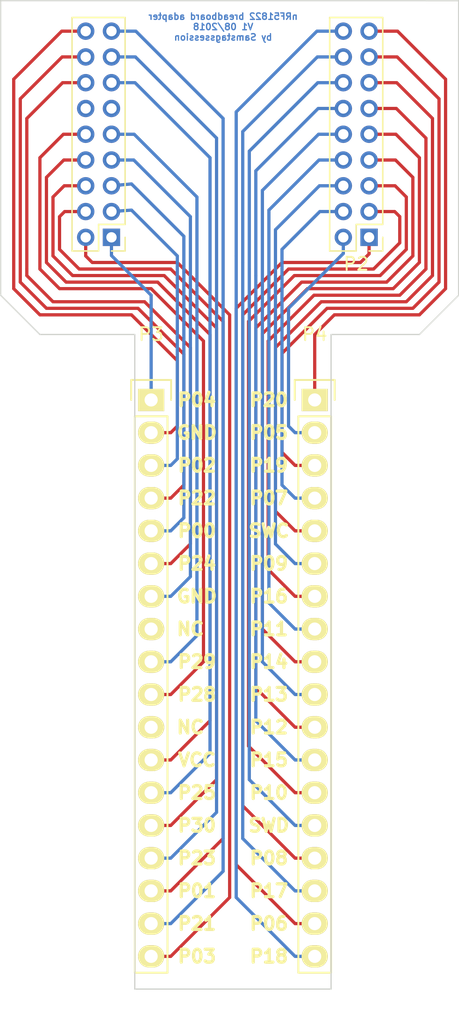
<source format=kicad_pcb>
(kicad_pcb (version 4) (host pcbnew 4.0.2+dfsg1-stable)

  (general
    (links 35)
    (no_connects 1)
    (area 100.025999 64.715 135.686001 146.272001)
    (thickness 1.6)
    (drawings 49)
    (tracks 250)
    (zones 0)
    (modules 4)
    (nets 38)
  )

  (page A4)
  (title_block
    (title "nRF51822 breadboard adapter")
    (date 2018-08-23)
    (rev "V1 08/2018")
  )

  (layers
    (0 F.Cu signal)
    (31 B.Cu signal)
    (32 B.Adhes user)
    (33 F.Adhes user)
    (34 B.Paste user)
    (35 F.Paste user)
    (36 B.SilkS user)
    (37 F.SilkS user)
    (38 B.Mask user)
    (39 F.Mask user)
    (40 Dwgs.User user)
    (41 Cmts.User user)
    (42 Eco1.User user)
    (43 Eco2.User user)
    (44 Edge.Cuts user)
    (45 Margin user)
    (46 B.CrtYd user)
    (47 F.CrtYd user)
    (48 B.Fab user)
    (49 F.Fab user)
  )

  (setup
    (last_trace_width 0.25)
    (trace_clearance 0.2)
    (zone_clearance 0.508)
    (zone_45_only no)
    (trace_min 0.2)
    (segment_width 0.2)
    (edge_width 0.1)
    (via_size 0.6)
    (via_drill 0.4)
    (via_min_size 0.4)
    (via_min_drill 0.3)
    (uvia_size 0.3)
    (uvia_drill 0.1)
    (uvias_allowed no)
    (uvia_min_size 0.2)
    (uvia_min_drill 0.1)
    (pcb_text_width 0.25)
    (pcb_text_size 1 1)
    (mod_edge_width 0.15)
    (mod_text_size 1 1)
    (mod_text_width 0.15)
    (pad_size 1.7272 1.7272)
    (pad_drill 1.016)
    (pad_to_mask_clearance 0)
    (aux_axis_origin 0 0)
    (visible_elements FFFFFF7F)
    (pcbplotparams
      (layerselection 0x02030_80000001)
      (usegerberextensions false)
      (excludeedgelayer true)
      (linewidth 0.100000)
      (plotframeref false)
      (viasonmask false)
      (mode 1)
      (useauxorigin false)
      (hpglpennumber 1)
      (hpglpenspeed 20)
      (hpglpendiameter 15)
      (hpglpenoverlay 2)
      (psnegative false)
      (psa4output false)
      (plotreference true)
      (plotvalue true)
      (plotinvisibletext false)
      (padsonsilk false)
      (subtractmaskfromsilk false)
      (outputformat 4)
      (mirror false)
      (drillshape 0)
      (scaleselection 1)
      (outputdirectory /tmp/core51822_breadboard_adapter))
  )

  (net 0 "")
  (net 1 /P04)
  (net 2 /P03)
  (net 3 /P02)
  (net 4 /P01)
  (net 5 /P00)
  (net 6 /P30)
  (net 7 /GND)
  (net 8 /VCC)
  (net 9 /P29)
  (net 10 /P28)
  (net 11 "Net-(P1-Pad11)")
  (net 12 "Net-(P1-Pad12)")
  (net 13 /P25)
  (net 14 /P24)
  (net 15 /P23)
  (net 16 /P22)
  (net 17 /P21)
  (net 18 /P06)
  (net 19 /P05)
  (net 20 /P08)
  (net 21 /P07)
  (net 22 /P10)
  (net 23 /P09)
  (net 24 /P12)
  (net 25 /P11)
  (net 26 /P14)
  (net 27 /P13)
  (net 28 /P16)
  (net 29 /P15)
  (net 30 /SWC)
  (net 31 /SWD)
  (net 32 /P19)
  (net 33 /P17)
  (net 34 /P20)
  (net 35 /P18)
  (net 36 "Net-(P3-Pad11)")
  (net 37 "Net-(P3-Pad8)")

  (net_class Default "This is the default net class."
    (clearance 0.2)
    (trace_width 0.25)
    (via_dia 0.6)
    (via_drill 0.4)
    (uvia_dia 0.3)
    (uvia_drill 0.1)
    (add_net /GND)
    (add_net /P00)
    (add_net /P01)
    (add_net /P02)
    (add_net /P03)
    (add_net /P04)
    (add_net /P05)
    (add_net /P06)
    (add_net /P07)
    (add_net /P08)
    (add_net /P09)
    (add_net /P10)
    (add_net /P11)
    (add_net /P12)
    (add_net /P13)
    (add_net /P14)
    (add_net /P15)
    (add_net /P16)
    (add_net /P17)
    (add_net /P18)
    (add_net /P19)
    (add_net /P20)
    (add_net /P21)
    (add_net /P22)
    (add_net /P23)
    (add_net /P24)
    (add_net /P25)
    (add_net /P28)
    (add_net /P29)
    (add_net /P30)
    (add_net /SWC)
    (add_net /SWD)
    (add_net /VCC)
    (add_net "Net-(P1-Pad11)")
    (add_net "Net-(P1-Pad12)")
    (add_net "Net-(P3-Pad11)")
    (add_net "Net-(P3-Pad8)")
  )

  (module Connector_PinHeader_2.00mm:PinHeader_2x09_P2.00mm_Vertical (layer F.Cu) (tedit 5B7E93F0) (tstamp 5B7D4205)
    (at 108.68 83.9 180)
    (descr "Through hole straight pin header, 2x09, 2.00mm pitch, double rows")
    (tags "Through hole pin header THT 2x09 2.00mm double row")
    (path /5B7AA707)
    (fp_text reference P1 (at 1 -2.06 180) (layer F.SilkS) hide
      (effects (font (size 1 1) (thickness 0.15)))
    )
    (fp_text value CONN_02X09 (at 1 18.06 180) (layer F.Fab) hide
      (effects (font (size 1 1) (thickness 0.15)))
    )
    (fp_line (start 0 -1) (end 3 -1) (layer F.Fab) (width 0.1))
    (fp_line (start 3 -1) (end 3 17) (layer F.Fab) (width 0.1))
    (fp_line (start 3 17) (end -1 17) (layer F.Fab) (width 0.1))
    (fp_line (start -1 17) (end -1 0) (layer F.Fab) (width 0.1))
    (fp_line (start -1 0) (end 0 -1) (layer F.Fab) (width 0.1))
    (fp_line (start -1.06 17.06) (end 3.06 17.06) (layer F.SilkS) (width 0.12))
    (fp_line (start -1.06 1) (end -1.06 17.06) (layer F.SilkS) (width 0.12))
    (fp_line (start 3.06 -1.06) (end 3.06 17.06) (layer F.SilkS) (width 0.12))
    (fp_line (start -1.06 1) (end 1 1) (layer F.SilkS) (width 0.12))
    (fp_line (start 1 1) (end 1 -1.06) (layer F.SilkS) (width 0.12))
    (fp_line (start 1 -1.06) (end 3.06 -1.06) (layer F.SilkS) (width 0.12))
    (fp_line (start -1.06 0) (end -1.06 -1.06) (layer F.SilkS) (width 0.12))
    (fp_line (start -1.06 -1.06) (end 0 -1.06) (layer F.SilkS) (width 0.12))
    (fp_line (start -1.5 -1.5) (end -1.5 17.5) (layer F.CrtYd) (width 0.05))
    (fp_line (start -1.5 17.5) (end 3.5 17.5) (layer F.CrtYd) (width 0.05))
    (fp_line (start 3.5 17.5) (end 3.5 -1.5) (layer F.CrtYd) (width 0.05))
    (fp_line (start 3.5 -1.5) (end -1.5 -1.5) (layer F.CrtYd) (width 0.05))
    (fp_text user %R (at 1 8 270) (layer F.Fab)
      (effects (font (size 1 1) (thickness 0.15)))
    )
    (pad 1 thru_hole rect (at 0 0 180) (size 1.35 1.35) (drill 0.8) (layers *.Cu *.Mask)
      (net 1 /P04))
    (pad 2 thru_hole oval (at 2 0 180) (size 1.35 1.35) (drill 0.8) (layers *.Cu *.Mask)
      (net 2 /P03))
    (pad 3 thru_hole oval (at 0 2 180) (size 1.35 1.35) (drill 0.8) (layers *.Cu *.Mask)
      (net 3 /P02))
    (pad 4 thru_hole oval (at 2 2 180) (size 1.35 1.35) (drill 0.8) (layers *.Cu *.Mask)
      (net 4 /P01))
    (pad 5 thru_hole oval (at 0 4 180) (size 1.35 1.35) (drill 0.8) (layers *.Cu *.Mask)
      (net 5 /P00))
    (pad 6 thru_hole oval (at 2 4 180) (size 1.35 1.35) (drill 0.8) (layers *.Cu *.Mask)
      (net 6 /P30))
    (pad 7 thru_hole oval (at 0 6 180) (size 1.35 1.35) (drill 0.8) (layers *.Cu *.Mask)
      (net 7 /GND))
    (pad 8 thru_hole oval (at 2 6 180) (size 1.35 1.35) (drill 0.8) (layers *.Cu *.Mask)
      (net 8 /VCC))
    (pad 9 thru_hole oval (at 0 8 180) (size 1.35 1.35) (drill 0.8) (layers *.Cu *.Mask)
      (net 9 /P29))
    (pad 10 thru_hole oval (at 2 8 180) (size 1.35 1.35) (drill 0.8) (layers *.Cu *.Mask)
      (net 10 /P28))
    (pad 11 thru_hole oval (at 0 10 180) (size 1.35 1.35) (drill 0.8) (layers *.Cu *.Mask)
      (net 11 "Net-(P1-Pad11)"))
    (pad 12 thru_hole oval (at 2 10 180) (size 1.35 1.35) (drill 0.8) (layers *.Cu *.Mask)
      (net 12 "Net-(P1-Pad12)"))
    (pad 13 thru_hole oval (at 0 12 180) (size 1.35 1.35) (drill 0.8) (layers *.Cu *.Mask)
      (net 13 /P25))
    (pad 14 thru_hole oval (at 2 12 180) (size 1.35 1.35) (drill 0.8) (layers *.Cu *.Mask)
      (net 14 /P24))
    (pad 15 thru_hole oval (at 0 14 180) (size 1.35 1.35) (drill 0.8) (layers *.Cu *.Mask)
      (net 15 /P23))
    (pad 16 thru_hole oval (at 2 14 180) (size 1.35 1.35) (drill 0.8) (layers *.Cu *.Mask)
      (net 16 /P22))
    (pad 17 thru_hole oval (at 0 16 180) (size 1.35 1.35) (drill 0.8) (layers *.Cu *.Mask)
      (net 17 /P21))
    (pad 18 thru_hole oval (at 2 16 180) (size 1.35 1.35) (drill 0.8) (layers *.Cu *.Mask)
      (net 7 /GND))
    (model ${KISYS3DMOD}/Connector_PinHeader_2.00mm.3dshapes/PinHeader_2x09_P2.00mm_Vertical.wrl
      (at (xyz 0 0 0))
      (scale (xyz 1 1 1))
      (rotate (xyz 0 0 0))
    )
  )

  (module Connector_PinHeader_2.00mm:PinHeader_2x09_P2.00mm_Vertical (layer F.Cu) (tedit 5B7E9294) (tstamp 5B7D422D)
    (at 128.68 83.9 180)
    (descr "Through hole straight pin header, 2x09, 2.00mm pitch, double rows")
    (tags "Through hole pin header THT 2x09 2.00mm double row")
    (path /5B7AA756)
    (fp_text reference P2 (at 1 -2.06 180) (layer F.SilkS)
      (effects (font (size 1 1) (thickness 0.15)))
    )
    (fp_text value CONN_02X09 (at 1 18.06 180) (layer F.Fab) hide
      (effects (font (size 1 1) (thickness 0.15)))
    )
    (fp_line (start 0 -1) (end 3 -1) (layer F.Fab) (width 0.1))
    (fp_line (start 3 -1) (end 3 17) (layer F.Fab) (width 0.1))
    (fp_line (start 3 17) (end -1 17) (layer F.Fab) (width 0.1))
    (fp_line (start -1 17) (end -1 0) (layer F.Fab) (width 0.1))
    (fp_line (start -1 0) (end 0 -1) (layer F.Fab) (width 0.1))
    (fp_line (start -1.06 17.06) (end 3.06 17.06) (layer F.SilkS) (width 0.12))
    (fp_line (start -1.06 1) (end -1.06 17.06) (layer F.SilkS) (width 0.12))
    (fp_line (start 3.06 -1.06) (end 3.06 17.06) (layer F.SilkS) (width 0.12))
    (fp_line (start -1.06 1) (end 1 1) (layer F.SilkS) (width 0.12))
    (fp_line (start 1 1) (end 1 -1.06) (layer F.SilkS) (width 0.12))
    (fp_line (start 1 -1.06) (end 3.06 -1.06) (layer F.SilkS) (width 0.12))
    (fp_line (start -1.06 0) (end -1.06 -1.06) (layer F.SilkS) (width 0.12))
    (fp_line (start -1.06 -1.06) (end 0 -1.06) (layer F.SilkS) (width 0.12))
    (fp_line (start -1.5 -1.5) (end -1.5 17.5) (layer F.CrtYd) (width 0.05))
    (fp_line (start -1.5 17.5) (end 3.5 17.5) (layer F.CrtYd) (width 0.05))
    (fp_line (start 3.5 17.5) (end 3.5 -1.5) (layer F.CrtYd) (width 0.05))
    (fp_line (start 3.5 -1.5) (end -1.5 -1.5) (layer F.CrtYd) (width 0.05))
    (fp_text user %R (at 1 8 270) (layer F.Fab)
      (effects (font (size 1 1) (thickness 0.15)))
    )
    (pad 1 thru_hole rect (at 0 0 180) (size 1.35 1.35) (drill 0.8) (layers *.Cu *.Mask)
      (net 18 /P06))
    (pad 2 thru_hole oval (at 2 0 180) (size 1.35 1.35) (drill 0.8) (layers *.Cu *.Mask)
      (net 19 /P05))
    (pad 3 thru_hole oval (at 0 2 180) (size 1.35 1.35) (drill 0.8) (layers *.Cu *.Mask)
      (net 20 /P08))
    (pad 4 thru_hole oval (at 2 2 180) (size 1.35 1.35) (drill 0.8) (layers *.Cu *.Mask)
      (net 21 /P07))
    (pad 5 thru_hole oval (at 0 4 180) (size 1.35 1.35) (drill 0.8) (layers *.Cu *.Mask)
      (net 22 /P10))
    (pad 6 thru_hole oval (at 2 4 180) (size 1.35 1.35) (drill 0.8) (layers *.Cu *.Mask)
      (net 23 /P09))
    (pad 7 thru_hole oval (at 0 6 180) (size 1.35 1.35) (drill 0.8) (layers *.Cu *.Mask)
      (net 24 /P12))
    (pad 8 thru_hole oval (at 2 6 180) (size 1.35 1.35) (drill 0.8) (layers *.Cu *.Mask)
      (net 25 /P11))
    (pad 9 thru_hole oval (at 0 8 180) (size 1.35 1.35) (drill 0.8) (layers *.Cu *.Mask)
      (net 26 /P14))
    (pad 10 thru_hole oval (at 2 8 180) (size 1.35 1.35) (drill 0.8) (layers *.Cu *.Mask)
      (net 27 /P13))
    (pad 11 thru_hole oval (at 0 10 180) (size 1.35 1.35) (drill 0.8) (layers *.Cu *.Mask)
      (net 28 /P16))
    (pad 12 thru_hole oval (at 2 10 180) (size 1.35 1.35) (drill 0.8) (layers *.Cu *.Mask)
      (net 29 /P15))
    (pad 13 thru_hole oval (at 0 12 180) (size 1.35 1.35) (drill 0.8) (layers *.Cu *.Mask)
      (net 30 /SWC))
    (pad 14 thru_hole oval (at 2 12 180) (size 1.35 1.35) (drill 0.8) (layers *.Cu *.Mask)
      (net 31 /SWD))
    (pad 15 thru_hole oval (at 0 14 180) (size 1.35 1.35) (drill 0.8) (layers *.Cu *.Mask)
      (net 32 /P19))
    (pad 16 thru_hole oval (at 2 14 180) (size 1.35 1.35) (drill 0.8) (layers *.Cu *.Mask)
      (net 33 /P17))
    (pad 17 thru_hole oval (at 0 16 180) (size 1.35 1.35) (drill 0.8) (layers *.Cu *.Mask)
      (net 34 /P20))
    (pad 18 thru_hole oval (at 2 16 180) (size 1.35 1.35) (drill 0.8) (layers *.Cu *.Mask)
      (net 35 /P18))
    (model ${KISYS3DMOD}/Connector_PinHeader_2.00mm.3dshapes/PinHeader_2x09_P2.00mm_Vertical.wrl
      (at (xyz 0 0 0))
      (scale (xyz 1 1 1))
      (rotate (xyz 0 0 0))
    )
  )

  (module Pin_Headers:Pin_Header_Straight_1x18 (layer F.Cu) (tedit 5B7E92A9) (tstamp 5B7D424E)
    (at 111.76 96.52)
    (descr "Through hole pin header")
    (tags "pin header")
    (path /5B7AB070)
    (fp_text reference P3 (at 0 -5.1) (layer F.SilkS)
      (effects (font (size 1 1) (thickness 0.15)))
    )
    (fp_text value CONN_01X18 (at 0 -3.1) (layer F.Fab) hide
      (effects (font (size 1 1) (thickness 0.15)))
    )
    (fp_line (start -1.75 -1.75) (end -1.75 44.95) (layer F.CrtYd) (width 0.05))
    (fp_line (start 1.75 -1.75) (end 1.75 44.95) (layer F.CrtYd) (width 0.05))
    (fp_line (start -1.75 -1.75) (end 1.75 -1.75) (layer F.CrtYd) (width 0.05))
    (fp_line (start -1.75 44.95) (end 1.75 44.95) (layer F.CrtYd) (width 0.05))
    (fp_line (start 1.27 1.27) (end 1.27 44.45) (layer F.SilkS) (width 0.15))
    (fp_line (start 1.27 44.45) (end -1.27 44.45) (layer F.SilkS) (width 0.15))
    (fp_line (start -1.27 44.45) (end -1.27 1.27) (layer F.SilkS) (width 0.15))
    (fp_line (start 1.55 -1.55) (end 1.55 0) (layer F.SilkS) (width 0.15))
    (fp_line (start 1.27 1.27) (end -1.27 1.27) (layer F.SilkS) (width 0.15))
    (fp_line (start -1.55 0) (end -1.55 -1.55) (layer F.SilkS) (width 0.15))
    (fp_line (start -1.55 -1.55) (end 1.55 -1.55) (layer F.SilkS) (width 0.15))
    (pad 1 thru_hole rect (at 0 0) (size 2.032 1.7272) (drill 1.016) (layers *.Cu *.Mask F.SilkS)
      (net 1 /P04))
    (pad 2 thru_hole oval (at 0 2.54) (size 2.032 1.7272) (drill 1.016) (layers *.Cu *.Mask F.SilkS)
      (net 7 /GND))
    (pad 3 thru_hole oval (at 0 5.08) (size 2.032 1.7272) (drill 1.016) (layers *.Cu *.Mask F.SilkS)
      (net 3 /P02))
    (pad 4 thru_hole oval (at 0 7.62) (size 2.032 1.7272) (drill 1.016) (layers *.Cu *.Mask F.SilkS)
      (net 16 /P22))
    (pad 5 thru_hole oval (at 0 10.16) (size 2.032 1.7272) (drill 1.016) (layers *.Cu *.Mask F.SilkS)
      (net 5 /P00))
    (pad 6 thru_hole oval (at 0 12.7) (size 2.032 1.7272) (drill 1.016) (layers *.Cu *.Mask F.SilkS)
      (net 14 /P24))
    (pad 7 thru_hole oval (at 0 15.24) (size 2.032 1.7272) (drill 1.016) (layers *.Cu *.Mask F.SilkS)
      (net 7 /GND))
    (pad 8 thru_hole oval (at 0 17.78) (size 2.032 1.7272) (drill 1.016) (layers *.Cu *.Mask F.SilkS)
      (net 37 "Net-(P3-Pad8)"))
    (pad 9 thru_hole oval (at 0 20.32) (size 2.032 1.7272) (drill 1.016) (layers *.Cu *.Mask F.SilkS)
      (net 9 /P29))
    (pad 10 thru_hole oval (at 0 22.86) (size 2.032 1.7272) (drill 1.016) (layers *.Cu *.Mask F.SilkS)
      (net 10 /P28))
    (pad 11 thru_hole oval (at 0 25.4) (size 2.032 1.7272) (drill 1.016) (layers *.Cu *.Mask F.SilkS)
      (net 36 "Net-(P3-Pad11)"))
    (pad 12 thru_hole oval (at 0 27.94) (size 2.032 1.7272) (drill 1.016) (layers *.Cu *.Mask F.SilkS)
      (net 8 /VCC))
    (pad 13 thru_hole oval (at 0 30.48) (size 2.032 1.7272) (drill 1.016) (layers *.Cu *.Mask F.SilkS)
      (net 13 /P25))
    (pad 14 thru_hole oval (at 0 33.02) (size 2.032 1.7272) (drill 1.016) (layers *.Cu *.Mask F.SilkS)
      (net 6 /P30))
    (pad 15 thru_hole oval (at 0 35.56) (size 2.032 1.7272) (drill 1.016) (layers *.Cu *.Mask F.SilkS)
      (net 15 /P23))
    (pad 16 thru_hole oval (at 0 38.1) (size 2.032 1.7272) (drill 1.016) (layers *.Cu *.Mask F.SilkS)
      (net 4 /P01))
    (pad 17 thru_hole oval (at 0 40.64) (size 2.032 1.7272) (drill 1.016) (layers *.Cu *.Mask F.SilkS)
      (net 17 /P21))
    (pad 18 thru_hole oval (at 0 43.18) (size 2.032 1.7272) (drill 1.016) (layers *.Cu *.Mask F.SilkS)
      (net 2 /P03))
    (model Pin_Headers.3dshapes/Pin_Header_Straight_1x18.wrl
      (at (xyz 0 -0.85 0))
      (scale (xyz 1 1 1))
      (rotate (xyz 0 0 90))
    )
  )

  (module Pin_Headers:Pin_Header_Straight_1x18 (layer F.Cu) (tedit 5B7E92B5) (tstamp 5B7D426F)
    (at 124.46 96.52)
    (descr "Through hole pin header")
    (tags "pin header")
    (path /5B7ABAC9)
    (fp_text reference P4 (at 0 -5.1) (layer F.SilkS)
      (effects (font (size 1 1) (thickness 0.15)))
    )
    (fp_text value CONN_01X18 (at 0 -3.1) (layer F.Fab) hide
      (effects (font (size 1 1) (thickness 0.15)))
    )
    (fp_line (start -1.75 -1.75) (end -1.75 44.95) (layer F.CrtYd) (width 0.05))
    (fp_line (start 1.75 -1.75) (end 1.75 44.95) (layer F.CrtYd) (width 0.05))
    (fp_line (start -1.75 -1.75) (end 1.75 -1.75) (layer F.CrtYd) (width 0.05))
    (fp_line (start -1.75 44.95) (end 1.75 44.95) (layer F.CrtYd) (width 0.05))
    (fp_line (start 1.27 1.27) (end 1.27 44.45) (layer F.SilkS) (width 0.15))
    (fp_line (start 1.27 44.45) (end -1.27 44.45) (layer F.SilkS) (width 0.15))
    (fp_line (start -1.27 44.45) (end -1.27 1.27) (layer F.SilkS) (width 0.15))
    (fp_line (start 1.55 -1.55) (end 1.55 0) (layer F.SilkS) (width 0.15))
    (fp_line (start 1.27 1.27) (end -1.27 1.27) (layer F.SilkS) (width 0.15))
    (fp_line (start -1.55 0) (end -1.55 -1.55) (layer F.SilkS) (width 0.15))
    (fp_line (start -1.55 -1.55) (end 1.55 -1.55) (layer F.SilkS) (width 0.15))
    (pad 1 thru_hole rect (at 0 0) (size 2.032 1.7272) (drill 1.016) (layers *.Cu *.Mask F.SilkS)
      (net 34 /P20))
    (pad 2 thru_hole oval (at 0 2.54) (size 2.032 1.7272) (drill 1.016) (layers *.Cu *.Mask F.SilkS)
      (net 19 /P05))
    (pad 3 thru_hole oval (at 0 5.08) (size 2.032 1.7272) (drill 1.016) (layers *.Cu *.Mask F.SilkS)
      (net 32 /P19))
    (pad 4 thru_hole oval (at 0 7.62) (size 2.032 1.7272) (drill 1.016) (layers *.Cu *.Mask F.SilkS)
      (net 21 /P07))
    (pad 5 thru_hole oval (at 0 10.16) (size 2.032 1.7272) (drill 1.016) (layers *.Cu *.Mask F.SilkS)
      (net 30 /SWC))
    (pad 6 thru_hole oval (at 0 12.7) (size 2.032 1.7272) (drill 1.016) (layers *.Cu *.Mask F.SilkS)
      (net 23 /P09))
    (pad 7 thru_hole oval (at 0 15.24) (size 2.032 1.7272) (drill 1.016) (layers *.Cu *.Mask F.SilkS)
      (net 28 /P16))
    (pad 8 thru_hole oval (at 0 17.78) (size 2.032 1.7272) (drill 1.016) (layers *.Cu *.Mask F.SilkS)
      (net 25 /P11))
    (pad 9 thru_hole oval (at 0 20.32) (size 2.032 1.7272) (drill 1.016) (layers *.Cu *.Mask F.SilkS)
      (net 26 /P14))
    (pad 10 thru_hole oval (at 0 22.86) (size 2.032 1.7272) (drill 1.016) (layers *.Cu *.Mask F.SilkS)
      (net 27 /P13))
    (pad 11 thru_hole oval (at 0 25.4) (size 2.032 1.7272) (drill 1.016) (layers *.Cu *.Mask F.SilkS)
      (net 24 /P12))
    (pad 12 thru_hole oval (at 0 27.94) (size 2.032 1.7272) (drill 1.016) (layers *.Cu *.Mask F.SilkS)
      (net 29 /P15))
    (pad 13 thru_hole oval (at 0 30.48) (size 2.032 1.7272) (drill 1.016) (layers *.Cu *.Mask F.SilkS)
      (net 22 /P10))
    (pad 14 thru_hole oval (at 0 33.02) (size 2.032 1.7272) (drill 1.016) (layers *.Cu *.Mask F.SilkS)
      (net 31 /SWD))
    (pad 15 thru_hole oval (at 0 35.56) (size 2.032 1.7272) (drill 1.016) (layers *.Cu *.Mask F.SilkS)
      (net 20 /P08))
    (pad 16 thru_hole oval (at 0 38.1) (size 2.032 1.7272) (drill 1.016) (layers *.Cu *.Mask F.SilkS)
      (net 33 /P17))
    (pad 17 thru_hole oval (at 0 40.64) (size 2.032 1.7272) (drill 1.016) (layers *.Cu *.Mask F.SilkS)
      (net 18 /P06))
    (pad 18 thru_hole oval (at 0 43.18) (size 2.032 1.7272) (drill 1.016) (layers *.Cu *.Mask F.SilkS)
      (net 35 /P18))
    (model Pin_Headers.3dshapes/Pin_Header_Straight_1x18.wrl
      (at (xyz 0 -0.85 0))
      (scale (xyz 1 1 1))
      (rotate (xyz 0 0 90))
    )
  )

  (gr_text "nRF51822 breadboard adapter\nV1 08/2018\nby Samstagssession" (at 117.348 67.564) (layer B.Cu)
    (effects (font (size 0.5 0.5) (thickness 0.1)) (justify mirror))
  )
  (dimension 15.24 (width 0.25) (layer Cmts.User)
    (gr_text "15,240 mm" (at 118.11 145.272) (layer Cmts.User)
      (effects (font (size 1 1) (thickness 0.25)))
    )
    (feature1 (pts (xy 125.73 142.24) (xy 125.73 146.272)))
    (feature2 (pts (xy 110.49 142.24) (xy 110.49 146.272)))
    (crossbar (pts (xy 110.49 144.272) (xy 125.73 144.272)))
    (arrow1a (pts (xy 125.73 144.272) (xy 124.603496 144.858421)))
    (arrow1b (pts (xy 125.73 144.272) (xy 124.603496 143.685579)))
    (arrow2a (pts (xy 110.49 144.272) (xy 111.616504 144.858421)))
    (arrow2b (pts (xy 110.49 144.272) (xy 111.616504 143.685579)))
  )
  (gr_line (start 125.73 91.44) (end 132.588 91.44) (angle 90) (layer Edge.Cuts) (width 0.1))
  (gr_line (start 103.124 91.44) (end 110.49 91.44) (angle 90) (layer Edge.Cuts) (width 0.1))
  (gr_line (start 100.076 88.392) (end 103.124 91.44) (angle 90) (layer Edge.Cuts) (width 0.1))
  (gr_line (start 110.49 142.24) (end 125.73 142.24) (angle 90) (layer Edge.Cuts) (width 0.1))
  (gr_line (start 135.636 88.392) (end 135.636 65.532) (angle 90) (layer Edge.Cuts) (width 0.1))
  (gr_line (start 125.73 91.44) (end 125.73 142.24) (angle 90) (layer Edge.Cuts) (width 0.1))
  (gr_line (start 132.588 91.44) (end 135.636 88.392) (angle 90) (layer Edge.Cuts) (width 0.1))
  (gr_line (start 133.096 65.532) (end 135.636 65.532) (angle 90) (layer Edge.Cuts) (width 0.1))
  (gr_line (start 110.49 91.44) (end 110.49 142.24) (angle 90) (layer Edge.Cuts) (width 0.1))
  (gr_line (start 100.076 65.532) (end 100.076 88.392) (angle 90) (layer Edge.Cuts) (width 0.1))
  (gr_line (start 135.636 65.532) (end 100.076 65.532) (angle 90) (layer Edge.Cuts) (width 0.1))
  (gr_text P06 (at 120.904 137.16) (layer F.SilkS)
    (effects (font (size 1 1) (thickness 0.25)))
  )
  (gr_text P08 (at 120.904 132.08) (layer F.SilkS)
    (effects (font (size 1 1) (thickness 0.25)))
  )
  (gr_text P10 (at 120.904 127) (layer F.SilkS)
    (effects (font (size 1 1) (thickness 0.25)))
  )
  (gr_text P12 (at 120.904 121.92) (layer F.SilkS)
    (effects (font (size 1 1) (thickness 0.25)))
  )
  (gr_text P16 (at 120.904 111.76) (layer F.SilkS)
    (effects (font (size 1 1) (thickness 0.25)))
  )
  (gr_text SWC (at 120.904 106.68) (layer F.SilkS)
    (effects (font (size 1 1) (thickness 0.25)))
  )
  (gr_text P19 (at 120.904 101.6) (layer F.SilkS)
    (effects (font (size 1 1) (thickness 0.25)))
  )
  (gr_text P20 (at 120.904 96.52) (layer F.SilkS)
    (effects (font (size 1 1) (thickness 0.25)))
  )
  (gr_text NC (at 114.808 114.3) (layer F.SilkS)
    (effects (font (size 1 1) (thickness 0.25)))
  )
  (gr_text GND (at 115.316 99.06) (layer F.SilkS)
    (effects (font (size 1 1) (thickness 0.25)))
  )
  (gr_text P22 (at 115.316 104.14) (layer F.SilkS)
    (effects (font (size 1 1) (thickness 0.25)))
  )
  (gr_text P24 (at 115.316 109.22) (layer F.SilkS)
    (effects (font (size 1 1) (thickness 0.25)))
  )
  (gr_text VCC (at 115.316 124.46) (layer F.SilkS)
    (effects (font (size 1 1) (thickness 0.25)))
  )
  (gr_text P30 (at 115.316 129.54) (layer F.SilkS)
    (effects (font (size 1 1) (thickness 0.25)))
  )
  (gr_text P01 (at 115.316 134.62) (layer F.SilkS)
    (effects (font (size 1 1) (thickness 0.25)))
  )
  (gr_text P03 (at 115.316 139.7) (layer F.SilkS)
    (effects (font (size 1 1) (thickness 0.25)))
  )
  (gr_text P18 (at 120.904 139.7) (layer F.SilkS)
    (effects (font (size 1 1) (thickness 0.25)))
  )
  (gr_text P21 (at 115.316 137.16) (layer F.SilkS)
    (effects (font (size 1 1) (thickness 0.25)))
  )
  (gr_text P17 (at 120.904 134.62) (layer F.SilkS)
    (effects (font (size 1 1) (thickness 0.25)))
  )
  (gr_text P23 (at 115.316 132.08) (layer F.SilkS)
    (effects (font (size 1 1) (thickness 0.25)))
  )
  (gr_text SWD (at 120.904 129.54) (layer F.SilkS)
    (effects (font (size 1 1) (thickness 0.25)))
  )
  (gr_text P25 (at 115.316 127) (layer F.SilkS)
    (effects (font (size 1 1) (thickness 0.25)))
  )
  (gr_text P15 (at 120.904 124.46) (layer F.SilkS)
    (effects (font (size 1 1) (thickness 0.25)))
  )
  (gr_text NC (at 114.808 121.92) (layer F.SilkS)
    (effects (font (size 1 1) (thickness 0.25)))
  )
  (gr_text P13 (at 120.904 119.38) (layer F.SilkS)
    (effects (font (size 1 1) (thickness 0.25)))
  )
  (gr_text P28 (at 115.316 119.38) (layer F.SilkS)
    (effects (font (size 1 1) (thickness 0.25)))
  )
  (gr_text P14 (at 120.904 116.84) (layer F.SilkS)
    (effects (font (size 1 1) (thickness 0.25)))
  )
  (gr_text P29 (at 115.316 116.84) (layer F.SilkS)
    (effects (font (size 1 1) (thickness 0.25)))
  )
  (gr_text P11 (at 120.904 114.3) (layer F.SilkS)
    (effects (font (size 1 1) (thickness 0.25)))
  )
  (gr_text GND (at 115.316 111.76) (layer F.SilkS)
    (effects (font (size 1 1) (thickness 0.25)))
  )
  (gr_text P09 (at 120.904 109.22) (layer F.SilkS)
    (effects (font (size 1 1) (thickness 0.25)))
  )
  (gr_text P00 (at 115.316 106.68) (layer F.SilkS)
    (effects (font (size 1 1) (thickness 0.25)))
  )
  (gr_text P07 (at 120.904 104.14) (layer F.SilkS)
    (effects (font (size 1 1) (thickness 0.25)))
  )
  (gr_text P02 (at 115.316 101.6) (layer F.SilkS)
    (effects (font (size 1 1) (thickness 0.25)))
  )
  (gr_text P05 (at 120.904 99.06) (layer F.SilkS)
    (effects (font (size 1 1) (thickness 0.25)))
  )
  (gr_text P04 (at 115.316 96.52) (layer F.SilkS)
    (effects (font (size 1 1) (thickness 0.25)))
  )

  (segment (start 108.68 83.9) (end 108.68 85.312) (width 0.25) (layer B.Cu) (net 1))
  (segment (start 111.76 88.392) (end 111.76 96.52) (width 0.25) (layer B.Cu) (net 1) (tstamp 5B7E67D6))
  (segment (start 108.68 85.312) (end 111.76 88.392) (width 0.25) (layer B.Cu) (net 1) (tstamp 5B7E67C5))
  (segment (start 111.76 139.7) (end 113.284 139.7) (width 0.25) (layer F.Cu) (net 2))
  (segment (start 117.856 135.128) (end 113.284 139.7) (width 0.25) (layer F.Cu) (net 2) (tstamp 5B7E692F))
  (segment (start 106.68 85.344) (end 107.188 85.852) (width 0.25) (layer F.Cu) (net 2) (tstamp 5B7E691B))
  (segment (start 107.188 85.852) (end 113.792 85.852) (width 0.25) (layer F.Cu) (net 2) (tstamp 5B7E691D))
  (segment (start 113.792 85.852) (end 117.856 89.916) (width 0.25) (layer F.Cu) (net 2) (tstamp 5B7E6926))
  (segment (start 117.856 89.916) (end 117.856 135.128) (width 0.25) (layer F.Cu) (net 2) (tstamp 5B7E692A))
  (segment (start 106.68 85.344) (end 106.68 83.9) (width 0.25) (layer F.Cu) (net 2))
  (segment (start 108.68 81.9) (end 110.236 81.788) (width 0.25) (layer B.Cu) (net 3))
  (segment (start 113.284 101.6) (end 111.76 101.6) (width 0.25) (layer B.Cu) (net 3) (tstamp 5B7E6801))
  (segment (start 113.792 101.092) (end 113.284 101.6) (width 0.25) (layer B.Cu) (net 3) (tstamp 5B7E6800))
  (segment (start 113.792 85.344) (end 113.792 101.092) (width 0.25) (layer B.Cu) (net 3) (tstamp 5B7E67FD))
  (segment (start 110.236 81.788) (end 113.792 85.344) (width 0.25) (layer B.Cu) (net 3) (tstamp 5B7E67E6))
  (segment (start 106.68 81.9) (end 105.044 81.9) (width 0.25) (layer F.Cu) (net 4))
  (segment (start 113.284 134.62) (end 111.76 134.62) (width 0.25) (layer F.Cu) (net 4) (tstamp 5B7E6968))
  (segment (start 117.348 130.556) (end 113.284 134.62) (width 0.25) (layer F.Cu) (net 4) (tstamp 5B7E6966))
  (segment (start 117.348 90.424) (end 117.348 130.556) (width 0.25) (layer F.Cu) (net 4) (tstamp 5B7E695F))
  (segment (start 113.284 86.36) (end 117.348 90.424) (width 0.25) (layer F.Cu) (net 4) (tstamp 5B7E695D))
  (segment (start 106.172 86.36) (end 113.284 86.36) (width 0.25) (layer F.Cu) (net 4) (tstamp 5B7E6954))
  (segment (start 104.648 84.836) (end 106.172 86.36) (width 0.25) (layer F.Cu) (net 4) (tstamp 5B7E694F))
  (segment (start 104.648 82.296) (end 104.648 84.836) (width 0.25) (layer F.Cu) (net 4) (tstamp 5B7E694D))
  (segment (start 105.044 81.9) (end 104.648 82.296) (width 0.25) (layer F.Cu) (net 4) (tstamp 5B7E6948))
  (segment (start 108.68 79.9) (end 110.236 79.756) (width 0.25) (layer B.Cu) (net 5))
  (segment (start 113.284 106.68) (end 111.76 106.68) (width 0.25) (layer B.Cu) (net 5) (tstamp 5B7E6815))
  (segment (start 114.3 105.664) (end 113.284 106.68) (width 0.25) (layer B.Cu) (net 5) (tstamp 5B7E6813))
  (segment (start 114.3 83.82) (end 114.3 105.664) (width 0.25) (layer B.Cu) (net 5) (tstamp 5B7E6810))
  (segment (start 110.236 79.756) (end 114.3 83.82) (width 0.25) (layer B.Cu) (net 5) (tstamp 5B7E680B))
  (segment (start 106.68 79.9) (end 105.012 79.9) (width 0.25) (layer F.Cu) (net 6))
  (segment (start 113.284 129.54) (end 111.76 129.54) (width 0.25) (layer F.Cu) (net 6) (tstamp 5B7E69E7))
  (segment (start 116.84 125.984) (end 113.284 129.54) (width 0.25) (layer F.Cu) (net 6) (tstamp 5B7E69E4))
  (segment (start 116.84 90.932) (end 116.84 125.984) (width 0.25) (layer F.Cu) (net 6) (tstamp 5B7E69DD))
  (segment (start 112.776 86.868) (end 116.84 90.932) (width 0.25) (layer F.Cu) (net 6) (tstamp 5B7E69DB))
  (segment (start 105.664 86.868) (end 112.776 86.868) (width 0.25) (layer F.Cu) (net 6) (tstamp 5B7E69D8))
  (segment (start 104.14 85.344) (end 105.664 86.868) (width 0.25) (layer F.Cu) (net 6) (tstamp 5B7E69D2))
  (segment (start 104.14 80.772) (end 104.14 85.344) (width 0.25) (layer F.Cu) (net 6) (tstamp 5B7E69D0))
  (segment (start 105.012 79.9) (end 104.14 80.772) (width 0.25) (layer F.Cu) (net 6) (tstamp 5B7E69CB))
  (segment (start 108.68 77.9) (end 110.412 77.9) (width 0.25) (layer B.Cu) (net 7))
  (segment (start 110.412 77.9) (end 110.744 78.232) (width 0.25) (layer B.Cu) (net 7) (tstamp 5B7E71B7))
  (segment (start 106.68 67.9) (end 104.82 67.9) (width 0.25) (layer F.Cu) (net 7))
  (segment (start 113.284 99.06) (end 111.76 99.06) (width 0.25) (layer F.Cu) (net 7) (tstamp 5B7E6DAE))
  (segment (start 113.792 98.552) (end 113.284 99.06) (width 0.25) (layer F.Cu) (net 7) (tstamp 5B7E6DAD))
  (segment (start 113.792 93.472) (end 113.792 98.552) (width 0.25) (layer F.Cu) (net 7) (tstamp 5B7E6DAB))
  (segment (start 110.236 89.916) (end 113.792 93.472) (width 0.25) (layer F.Cu) (net 7) (tstamp 5B7E6DA3))
  (segment (start 103.124 89.916) (end 110.236 89.916) (width 0.25) (layer F.Cu) (net 7) (tstamp 5B7E6DA0))
  (segment (start 101.092 87.884) (end 103.124 89.916) (width 0.25) (layer F.Cu) (net 7) (tstamp 5B7E6D9C))
  (segment (start 101.092 71.628) (end 101.092 87.884) (width 0.25) (layer F.Cu) (net 7) (tstamp 5B7E6D9A))
  (segment (start 104.82 67.9) (end 101.092 71.628) (width 0.25) (layer F.Cu) (net 7) (tstamp 5B7E6D96))
  (segment (start 113.284 111.76) (end 111.76 111.76) (width 0.25) (layer B.Cu) (net 7) (tstamp 5B7E6835))
  (segment (start 114.808 110.236) (end 113.284 111.76) (width 0.25) (layer B.Cu) (net 7) (tstamp 5B7E682C))
  (segment (start 114.808 82.296) (end 114.808 110.236) (width 0.25) (layer B.Cu) (net 7) (tstamp 5B7E6827))
  (segment (start 110.744 78.232) (end 114.808 82.296) (width 0.25) (layer B.Cu) (net 7) (tstamp 5B7E71BD))
  (segment (start 106.68 77.9) (end 104.98 77.9) (width 0.25) (layer F.Cu) (net 8))
  (segment (start 113.284 124.46) (end 111.76 124.46) (width 0.25) (layer F.Cu) (net 8) (tstamp 5B7E6A31))
  (segment (start 116.332 121.412) (end 113.284 124.46) (width 0.25) (layer F.Cu) (net 8) (tstamp 5B7E6A2F))
  (segment (start 116.332 91.44) (end 116.332 121.412) (width 0.25) (layer F.Cu) (net 8) (tstamp 5B7E6A26))
  (segment (start 112.268 87.376) (end 116.332 91.44) (width 0.25) (layer F.Cu) (net 8) (tstamp 5B7E6A24))
  (segment (start 105.156 87.376) (end 112.268 87.376) (width 0.25) (layer F.Cu) (net 8) (tstamp 5B7E6A22))
  (segment (start 103.632 85.852) (end 105.156 87.376) (width 0.25) (layer F.Cu) (net 8) (tstamp 5B7E6A1F))
  (segment (start 103.632 79.248) (end 103.632 85.852) (width 0.25) (layer F.Cu) (net 8) (tstamp 5B7E6A1D))
  (segment (start 104.98 77.9) (end 103.632 79.248) (width 0.25) (layer F.Cu) (net 8) (tstamp 5B7E6A17))
  (segment (start 108.68 75.9) (end 110.444 75.9) (width 0.25) (layer B.Cu) (net 9))
  (segment (start 113.284 116.84) (end 111.76 116.84) (width 0.25) (layer B.Cu) (net 9) (tstamp 5B7E6878))
  (segment (start 115.316 114.808) (end 113.284 116.84) (width 0.25) (layer B.Cu) (net 9) (tstamp 5B7E6875))
  (segment (start 115.316 80.772) (end 115.316 114.808) (width 0.25) (layer B.Cu) (net 9) (tstamp 5B7E6870))
  (segment (start 110.444 75.9) (end 115.316 80.772) (width 0.25) (layer B.Cu) (net 9) (tstamp 5B7E686B))
  (segment (start 106.68 75.9) (end 104.948 75.9) (width 0.25) (layer F.Cu) (net 10))
  (segment (start 113.284 119.38) (end 111.76 119.38) (width 0.25) (layer F.Cu) (net 10) (tstamp 5B7E6AC2))
  (segment (start 115.824 116.84) (end 113.284 119.38) (width 0.25) (layer F.Cu) (net 10) (tstamp 5B7E6AB3))
  (segment (start 115.824 91.948) (end 115.824 116.84) (width 0.25) (layer F.Cu) (net 10) (tstamp 5B7E6AA4))
  (segment (start 111.76 87.884) (end 115.824 91.948) (width 0.25) (layer F.Cu) (net 10) (tstamp 5B7E6A82))
  (segment (start 104.648 87.884) (end 111.76 87.884) (width 0.25) (layer F.Cu) (net 10) (tstamp 5B7E6A79))
  (segment (start 103.124 86.36) (end 104.648 87.884) (width 0.25) (layer F.Cu) (net 10) (tstamp 5B7E6A76))
  (segment (start 103.124 77.724) (end 103.124 86.36) (width 0.25) (layer F.Cu) (net 10) (tstamp 5B7E6A74))
  (segment (start 104.948 75.9) (end 103.124 77.724) (width 0.25) (layer F.Cu) (net 10) (tstamp 5B7E6A6F))
  (segment (start 108.68 71.9) (end 110.508 71.9) (width 0.25) (layer B.Cu) (net 13))
  (segment (start 113.284 127) (end 111.76 127) (width 0.25) (layer B.Cu) (net 13) (tstamp 5B7E68B0))
  (segment (start 116.332 123.952) (end 113.284 127) (width 0.25) (layer B.Cu) (net 13) (tstamp 5B7E68AE))
  (segment (start 116.332 77.724) (end 116.332 123.952) (width 0.25) (layer B.Cu) (net 13) (tstamp 5B7E689E))
  (segment (start 110.508 71.9) (end 116.332 77.724) (width 0.25) (layer B.Cu) (net 13) (tstamp 5B7E6898))
  (segment (start 106.68 71.9) (end 104.884 71.9) (width 0.25) (layer F.Cu) (net 14))
  (segment (start 113.284 109.22) (end 111.76 109.22) (width 0.25) (layer F.Cu) (net 14) (tstamp 5B7E6C1B))
  (segment (start 114.808 107.696) (end 113.284 109.22) (width 0.25) (layer F.Cu) (net 14) (tstamp 5B7E6C19))
  (segment (start 114.808 92.456) (end 114.808 107.696) (width 0.25) (layer F.Cu) (net 14) (tstamp 5B7E6C0E))
  (segment (start 111.252 88.9) (end 114.808 92.456) (width 0.25) (layer F.Cu) (net 14) (tstamp 5B7E6C05))
  (segment (start 104.14 88.9) (end 111.252 88.9) (width 0.25) (layer F.Cu) (net 14) (tstamp 5B7E6BFC))
  (segment (start 102.108 86.868) (end 104.14 88.9) (width 0.25) (layer F.Cu) (net 14) (tstamp 5B7E6BF4))
  (segment (start 102.108 86.36) (end 102.108 86.868) (width 0.25) (layer F.Cu) (net 14) (tstamp 5B7E6BEF))
  (segment (start 102.108 74.676) (end 102.108 86.36) (width 0.25) (layer F.Cu) (net 14) (tstamp 5B7E6BEA))
  (segment (start 104.884 71.9) (end 102.108 74.676) (width 0.25) (layer F.Cu) (net 14) (tstamp 5B7E6BE4))
  (segment (start 108.68 69.9) (end 110.54 69.9) (width 0.25) (layer B.Cu) (net 15))
  (segment (start 113.284 132.08) (end 111.76 132.08) (width 0.25) (layer B.Cu) (net 15) (tstamp 5B7E68C3))
  (segment (start 116.84 128.524) (end 113.284 132.08) (width 0.25) (layer B.Cu) (net 15) (tstamp 5B7E68C1))
  (segment (start 116.84 76.2) (end 116.84 128.524) (width 0.25) (layer B.Cu) (net 15) (tstamp 5B7E68BC))
  (segment (start 110.54 69.9) (end 116.84 76.2) (width 0.25) (layer B.Cu) (net 15) (tstamp 5B7E68B7))
  (segment (start 106.68 69.9) (end 104.852 69.9) (width 0.25) (layer F.Cu) (net 16))
  (segment (start 113.284 104.14) (end 111.76 104.14) (width 0.25) (layer F.Cu) (net 16) (tstamp 5B7E6C74))
  (segment (start 114.3 103.124) (end 113.284 104.14) (width 0.25) (layer F.Cu) (net 16) (tstamp 5B7E6C73))
  (segment (start 114.3 92.964) (end 114.3 103.124) (width 0.25) (layer F.Cu) (net 16) (tstamp 5B7E6C64))
  (segment (start 110.744 89.408) (end 114.3 92.964) (width 0.25) (layer F.Cu) (net 16) (tstamp 5B7E6C5C))
  (segment (start 103.632 89.408) (end 110.744 89.408) (width 0.25) (layer F.Cu) (net 16) (tstamp 5B7E6C59))
  (segment (start 101.6 87.376) (end 103.632 89.408) (width 0.25) (layer F.Cu) (net 16) (tstamp 5B7E6C57))
  (segment (start 101.6 73.152) (end 101.6 87.376) (width 0.25) (layer F.Cu) (net 16) (tstamp 5B7E6C4E))
  (segment (start 104.852 69.9) (end 101.6 73.152) (width 0.25) (layer F.Cu) (net 16) (tstamp 5B7E6C49))
  (segment (start 108.68 67.9) (end 110.572 67.9) (width 0.25) (layer B.Cu) (net 17))
  (segment (start 113.284 137.16) (end 111.76 137.16) (width 0.25) (layer B.Cu) (net 17) (tstamp 5B7E68D3))
  (segment (start 117.348 133.096) (end 113.284 137.16) (width 0.25) (layer B.Cu) (net 17) (tstamp 5B7E68D1))
  (segment (start 117.348 74.676) (end 117.348 133.096) (width 0.25) (layer B.Cu) (net 17) (tstamp 5B7E68CC))
  (segment (start 110.572 67.9) (end 117.348 74.676) (width 0.25) (layer B.Cu) (net 17) (tstamp 5B7E68C8))
  (segment (start 128.68 83.9) (end 128.68 85.188) (width 0.25) (layer F.Cu) (net 18))
  (segment (start 128.68 85.188) (end 128.016 85.852) (width 0.25) (layer F.Cu) (net 18) (tstamp 5B7E70FB))
  (segment (start 122.936 137.16) (end 124.46 137.16) (width 0.25) (layer F.Cu) (net 18) (tstamp 5B7E708A))
  (segment (start 118.364 132.588) (end 122.936 137.16) (width 0.25) (layer F.Cu) (net 18) (tstamp 5B7E7088))
  (segment (start 118.364 89.408) (end 118.364 132.588) (width 0.25) (layer F.Cu) (net 18) (tstamp 5B7E7081))
  (segment (start 121.92 85.852) (end 118.364 89.408) (width 0.25) (layer F.Cu) (net 18) (tstamp 5B7E7067))
  (segment (start 128.016 85.852) (end 121.92 85.852) (width 0.25) (layer F.Cu) (net 18) (tstamp 5B7E7114))
  (segment (start 126.68 83.9) (end 126.68 85.156) (width 0.25) (layer B.Cu) (net 19))
  (segment (start 122.936 99.06) (end 124.46 99.06) (width 0.25) (layer B.Cu) (net 19) (tstamp 5B7E6E3D))
  (segment (start 122.428 98.552) (end 122.936 99.06) (width 0.25) (layer B.Cu) (net 19) (tstamp 5B7E6E3C))
  (segment (start 122.428 89.408) (end 122.428 98.552) (width 0.25) (layer B.Cu) (net 19) (tstamp 5B7E6E39))
  (segment (start 126.68 85.156) (end 122.428 89.408) (width 0.25) (layer B.Cu) (net 19) (tstamp 5B7E6E24))
  (segment (start 128.68 81.9) (end 130.668 81.9) (width 0.25) (layer F.Cu) (net 20))
  (segment (start 122.936 132.08) (end 124.46 132.08) (width 0.25) (layer F.Cu) (net 20) (tstamp 5B7E7159))
  (segment (start 118.872 128.016) (end 122.936 132.08) (width 0.25) (layer F.Cu) (net 20) (tstamp 5B7E7157))
  (segment (start 118.872 89.916) (end 118.872 128.016) (width 0.25) (layer F.Cu) (net 20) (tstamp 5B7E7151))
  (segment (start 122.428 86.36) (end 118.872 89.916) (width 0.25) (layer F.Cu) (net 20) (tstamp 5B7E714D))
  (segment (start 129.032 86.36) (end 122.428 86.36) (width 0.25) (layer F.Cu) (net 20) (tstamp 5B7E7146))
  (segment (start 131.064 84.328) (end 129.032 86.36) (width 0.25) (layer F.Cu) (net 20) (tstamp 5B7E713E))
  (segment (start 131.064 82.296) (end 131.064 84.328) (width 0.25) (layer F.Cu) (net 20) (tstamp 5B7E7134))
  (segment (start 130.668 81.9) (end 131.064 82.296) (width 0.25) (layer F.Cu) (net 20) (tstamp 5B7E711E))
  (segment (start 126.68 81.9) (end 124.856 81.9) (width 0.25) (layer B.Cu) (net 21))
  (segment (start 122.936 104.14) (end 124.46 104.14) (width 0.25) (layer B.Cu) (net 21) (tstamp 5B7E6E66))
  (segment (start 121.92 103.124) (end 122.936 104.14) (width 0.25) (layer B.Cu) (net 21) (tstamp 5B7E6E64))
  (segment (start 121.92 88.9) (end 121.92 103.124) (width 0.25) (layer B.Cu) (net 21) (tstamp 5B7E6E60))
  (segment (start 121.92 84.836) (end 121.92 88.9) (width 0.25) (layer B.Cu) (net 21) (tstamp 5B7E6E5D))
  (segment (start 124.46 82.296) (end 121.92 84.836) (width 0.25) (layer B.Cu) (net 21) (tstamp 5B7E6E59))
  (segment (start 124.856 81.9) (end 124.46 82.296) (width 0.25) (layer B.Cu) (net 21) (tstamp 5B7E6E4D))
  (segment (start 128.68 79.9) (end 130.7 79.9) (width 0.25) (layer F.Cu) (net 22))
  (segment (start 122.936 127) (end 124.46 127) (width 0.25) (layer F.Cu) (net 22) (tstamp 5B7E717B))
  (segment (start 119.322002 123.386002) (end 122.936 127) (width 0.25) (layer F.Cu) (net 22) (tstamp 5B7E7179))
  (segment (start 119.322002 90.424) (end 119.322002 123.386002) (width 0.25) (layer F.Cu) (net 22) (tstamp 5B7E7176))
  (segment (start 122.878002 86.868) (end 119.322002 90.424) (width 0.25) (layer F.Cu) (net 22) (tstamp 5B7E7174))
  (segment (start 129.54 86.868) (end 122.878002 86.868) (width 0.25) (layer F.Cu) (net 22) (tstamp 5B7E7172))
  (segment (start 131.572 84.836) (end 129.54 86.868) (width 0.25) (layer F.Cu) (net 22) (tstamp 5B7E716F))
  (segment (start 131.572 80.772) (end 131.572 84.836) (width 0.25) (layer F.Cu) (net 22) (tstamp 5B7E716C))
  (segment (start 130.7 79.9) (end 131.572 80.772) (width 0.25) (layer F.Cu) (net 22) (tstamp 5B7E7167))
  (segment (start 126.68 79.9) (end 124.824 79.9) (width 0.25) (layer B.Cu) (net 23))
  (segment (start 122.936 109.22) (end 124.46 109.22) (width 0.25) (layer B.Cu) (net 23) (tstamp 5B7E6E80))
  (segment (start 121.412 107.696) (end 122.936 109.22) (width 0.25) (layer B.Cu) (net 23) (tstamp 5B7E6E7E))
  (segment (start 121.412 88.392) (end 121.412 107.696) (width 0.25) (layer B.Cu) (net 23) (tstamp 5B7E6E7A))
  (segment (start 121.412 83.312) (end 121.412 88.392) (width 0.25) (layer B.Cu) (net 23) (tstamp 5B7E6E76))
  (segment (start 123.952 80.772) (end 121.412 83.312) (width 0.25) (layer B.Cu) (net 23) (tstamp 5B7E6E74))
  (segment (start 124.824 79.9) (end 123.952 80.772) (width 0.25) (layer B.Cu) (net 23) (tstamp 5B7E6E6F))
  (segment (start 128.68 77.9) (end 130.732 77.9) (width 0.25) (layer F.Cu) (net 24))
  (segment (start 122.936 121.92) (end 124.46 121.92) (width 0.25) (layer F.Cu) (net 24) (tstamp 5B7E71EA))
  (segment (start 119.888 118.872) (end 122.936 121.92) (width 0.25) (layer F.Cu) (net 24) (tstamp 5B7E71E8))
  (segment (start 119.888 90.932) (end 119.888 118.872) (width 0.25) (layer F.Cu) (net 24) (tstamp 5B7E71E4))
  (segment (start 123.444 87.376) (end 119.888 90.932) (width 0.25) (layer F.Cu) (net 24) (tstamp 5B7E71DF))
  (segment (start 130.048 87.376) (end 123.444 87.376) (width 0.25) (layer F.Cu) (net 24) (tstamp 5B7E71DD))
  (segment (start 132.08 85.344) (end 130.048 87.376) (width 0.25) (layer F.Cu) (net 24) (tstamp 5B7E71DB))
  (segment (start 132.08 79.248) (end 132.08 85.344) (width 0.25) (layer F.Cu) (net 24) (tstamp 5B7E71D7))
  (segment (start 130.732 77.9) (end 132.08 79.248) (width 0.25) (layer F.Cu) (net 24) (tstamp 5B7E71D4))
  (segment (start 126.68 77.9) (end 124.792 77.9) (width 0.25) (layer B.Cu) (net 25))
  (segment (start 122.936 114.3) (end 124.46 114.3) (width 0.25) (layer B.Cu) (net 25) (tstamp 5B7E6EB9))
  (segment (start 120.904 112.268) (end 122.936 114.3) (width 0.25) (layer B.Cu) (net 25) (tstamp 5B7E6EB7))
  (segment (start 120.904 87.884) (end 120.904 112.268) (width 0.25) (layer B.Cu) (net 25) (tstamp 5B7E6EB1))
  (segment (start 120.904 81.788) (end 120.904 87.884) (width 0.25) (layer B.Cu) (net 25) (tstamp 5B7E6EAF))
  (segment (start 123.444 79.248) (end 120.904 81.788) (width 0.25) (layer B.Cu) (net 25) (tstamp 5B7E6EAD))
  (segment (start 124.792 77.9) (end 123.444 79.248) (width 0.25) (layer B.Cu) (net 25) (tstamp 5B7E6EAA))
  (segment (start 128.68 75.9) (end 130.764 75.9) (width 0.25) (layer F.Cu) (net 26))
  (segment (start 122.936 116.84) (end 124.46 116.84) (width 0.25) (layer F.Cu) (net 26) (tstamp 5B7E7213))
  (segment (start 120.396 114.3) (end 122.936 116.84) (width 0.25) (layer F.Cu) (net 26) (tstamp 5B7E7211))
  (segment (start 120.396 91.382002) (end 120.396 114.3) (width 0.25) (layer F.Cu) (net 26) (tstamp 5B7E720B))
  (segment (start 123.894002 87.884) (end 120.396 91.382002) (width 0.25) (layer F.Cu) (net 26) (tstamp 5B7E7205))
  (segment (start 130.556 87.884) (end 123.894002 87.884) (width 0.25) (layer F.Cu) (net 26) (tstamp 5B7E7202))
  (segment (start 132.588 85.852) (end 130.556 87.884) (width 0.25) (layer F.Cu) (net 26) (tstamp 5B7E71FF))
  (segment (start 132.588 77.724) (end 132.588 85.852) (width 0.25) (layer F.Cu) (net 26) (tstamp 5B7E71FC))
  (segment (start 130.764 75.9) (end 132.588 77.724) (width 0.25) (layer F.Cu) (net 26) (tstamp 5B7E71F9))
  (segment (start 126.68 75.9) (end 124.76 75.9) (width 0.25) (layer B.Cu) (net 27))
  (segment (start 122.936 119.38) (end 124.46 119.38) (width 0.25) (layer B.Cu) (net 27) (tstamp 5B7E6EDB))
  (segment (start 120.396 116.84) (end 122.936 119.38) (width 0.25) (layer B.Cu) (net 27) (tstamp 5B7E6ED9))
  (segment (start 120.396 87.376) (end 120.396 116.84) (width 0.25) (layer B.Cu) (net 27) (tstamp 5B7E6ED6))
  (segment (start 120.396 80.264) (end 120.396 87.376) (width 0.25) (layer B.Cu) (net 27) (tstamp 5B7E6ED3))
  (segment (start 122.936 77.724) (end 120.396 80.264) (width 0.25) (layer B.Cu) (net 27) (tstamp 5B7E6ED0))
  (segment (start 124.76 75.9) (end 122.936 77.724) (width 0.25) (layer B.Cu) (net 27) (tstamp 5B7E6ECB))
  (segment (start 128.68 73.9) (end 130.796 73.9) (width 0.25) (layer F.Cu) (net 28))
  (segment (start 122.936 111.76) (end 124.46 111.76) (width 0.25) (layer F.Cu) (net 28) (tstamp 5B7E7231))
  (segment (start 120.846002 109.670002) (end 122.936 111.76) (width 0.25) (layer F.Cu) (net 28) (tstamp 5B7E722F))
  (segment (start 120.846002 91.948) (end 120.846002 109.670002) (width 0.25) (layer F.Cu) (net 28) (tstamp 5B7E722C))
  (segment (start 124.402002 88.392) (end 120.846002 91.948) (width 0.25) (layer F.Cu) (net 28) (tstamp 5B7E7227))
  (segment (start 131.064 88.392) (end 124.402002 88.392) (width 0.25) (layer F.Cu) (net 28) (tstamp 5B7E7224))
  (segment (start 133.096 86.36) (end 131.064 88.392) (width 0.25) (layer F.Cu) (net 28) (tstamp 5B7E7222))
  (segment (start 133.096 76.2) (end 133.096 86.36) (width 0.25) (layer F.Cu) (net 28) (tstamp 5B7E7220))
  (segment (start 130.796 73.9) (end 133.096 76.2) (width 0.25) (layer F.Cu) (net 28) (tstamp 5B7E721C))
  (segment (start 126.68 73.9) (end 124.728 73.9) (width 0.25) (layer B.Cu) (net 29))
  (segment (start 122.936 124.46) (end 124.46 124.46) (width 0.25) (layer B.Cu) (net 29) (tstamp 5B7E6EF3))
  (segment (start 119.888 121.412) (end 122.936 124.46) (width 0.25) (layer B.Cu) (net 29) (tstamp 5B7E6EF1))
  (segment (start 119.888 86.868) (end 119.888 121.412) (width 0.25) (layer B.Cu) (net 29) (tstamp 5B7E6EEC))
  (segment (start 119.888 78.74) (end 119.888 86.868) (width 0.25) (layer B.Cu) (net 29) (tstamp 5B7E6EEA))
  (segment (start 122.428 76.2) (end 119.888 78.74) (width 0.25) (layer B.Cu) (net 29) (tstamp 5B7E6EE8))
  (segment (start 124.728 73.9) (end 122.428 76.2) (width 0.25) (layer B.Cu) (net 29) (tstamp 5B7E6EE2))
  (segment (start 128.68 71.9) (end 130.828 71.9) (width 0.25) (layer F.Cu) (net 30))
  (segment (start 122.936 106.68) (end 124.46 106.68) (width 0.25) (layer F.Cu) (net 30) (tstamp 5B7E724B))
  (segment (start 121.412 105.156) (end 122.936 106.68) (width 0.25) (layer F.Cu) (net 30) (tstamp 5B7E7249))
  (segment (start 121.412 92.456) (end 121.412 105.156) (width 0.25) (layer F.Cu) (net 30) (tstamp 5B7E7246))
  (segment (start 124.968 88.9) (end 121.412 92.456) (width 0.25) (layer F.Cu) (net 30) (tstamp 5B7E7243))
  (segment (start 131.572 88.9) (end 124.968 88.9) (width 0.25) (layer F.Cu) (net 30) (tstamp 5B7E7241))
  (segment (start 133.604 86.868) (end 131.572 88.9) (width 0.25) (layer F.Cu) (net 30) (tstamp 5B7E723F))
  (segment (start 133.604 74.676) (end 133.604 86.868) (width 0.25) (layer F.Cu) (net 30) (tstamp 5B7E723B))
  (segment (start 130.828 71.9) (end 133.604 74.676) (width 0.25) (layer F.Cu) (net 30) (tstamp 5B7E7238))
  (segment (start 126.68 71.9) (end 124.696 71.9) (width 0.25) (layer B.Cu) (net 31))
  (segment (start 122.936 129.54) (end 124.46 129.54) (width 0.25) (layer B.Cu) (net 31) (tstamp 5B7E6F0A))
  (segment (start 119.38 125.984) (end 122.936 129.54) (width 0.25) (layer B.Cu) (net 31) (tstamp 5B7E6F08))
  (segment (start 119.38 86.36) (end 119.38 125.984) (width 0.25) (layer B.Cu) (net 31) (tstamp 5B7E6F04))
  (segment (start 119.38 77.216) (end 119.38 86.36) (width 0.25) (layer B.Cu) (net 31) (tstamp 5B7E6F02))
  (segment (start 121.977998 74.618002) (end 119.38 77.216) (width 0.25) (layer B.Cu) (net 31) (tstamp 5B7E6F00))
  (segment (start 124.696 71.9) (end 121.977998 74.618002) (width 0.25) (layer B.Cu) (net 31) (tstamp 5B7E6EFB))
  (segment (start 128.68 69.9) (end 130.86 69.9) (width 0.25) (layer F.Cu) (net 32))
  (segment (start 122.936 101.6) (end 124.46 101.6) (width 0.25) (layer F.Cu) (net 32) (tstamp 5B7E7260))
  (segment (start 121.92 100.584) (end 122.936 101.6) (width 0.25) (layer F.Cu) (net 32) (tstamp 5B7E725E))
  (segment (start 121.92 92.906002) (end 121.92 100.584) (width 0.25) (layer F.Cu) (net 32) (tstamp 5B7E725C))
  (segment (start 125.418002 89.408) (end 121.92 92.906002) (width 0.25) (layer F.Cu) (net 32) (tstamp 5B7E725A))
  (segment (start 132.08 89.408) (end 125.418002 89.408) (width 0.25) (layer F.Cu) (net 32) (tstamp 5B7E7258))
  (segment (start 134.112 87.376) (end 132.08 89.408) (width 0.25) (layer F.Cu) (net 32) (tstamp 5B7E7256))
  (segment (start 134.112 73.152) (end 134.112 87.376) (width 0.25) (layer F.Cu) (net 32) (tstamp 5B7E7254))
  (segment (start 130.86 69.9) (end 134.112 73.152) (width 0.25) (layer F.Cu) (net 32) (tstamp 5B7E7250))
  (segment (start 126.68 69.9) (end 124.664 69.9) (width 0.25) (layer B.Cu) (net 33))
  (segment (start 122.936 134.62) (end 124.46 134.62) (width 0.25) (layer B.Cu) (net 33) (tstamp 5B7E6F41))
  (segment (start 118.872 130.556) (end 122.936 134.62) (width 0.25) (layer B.Cu) (net 33) (tstamp 5B7E6F3F))
  (segment (start 118.872 85.852) (end 118.872 130.556) (width 0.25) (layer B.Cu) (net 33) (tstamp 5B7E6F3B))
  (segment (start 118.872 75.692) (end 118.872 85.852) (width 0.25) (layer B.Cu) (net 33) (tstamp 5B7E6F38))
  (segment (start 121.412 73.152) (end 118.872 75.692) (width 0.25) (layer B.Cu) (net 33) (tstamp 5B7E6F36))
  (segment (start 124.664 69.9) (end 121.412 73.152) (width 0.25) (layer B.Cu) (net 33) (tstamp 5B7E6F30))
  (segment (start 132.588 89.916) (end 125.984 89.916) (width 0.25) (layer F.Cu) (net 34))
  (segment (start 124.46 91.44) (end 124.46 94.488) (width 0.25) (layer F.Cu) (net 34) (tstamp 5B7E729C))
  (segment (start 125.984 89.916) (end 124.46 91.44) (width 0.25) (layer F.Cu) (net 34) (tstamp 5B7E7294))
  (segment (start 128.68 67.9) (end 130.892 67.9) (width 0.25) (layer F.Cu) (net 34))
  (segment (start 124.46 94.488) (end 124.46 96.52) (width 0.25) (layer F.Cu) (net 34) (tstamp 5B7E7273))
  (segment (start 132.588 89.916) (end 132.588 89.916) (width 0.25) (layer F.Cu) (net 34) (tstamp 5B7E726E))
  (segment (start 134.62 87.884) (end 132.588 89.916) (width 0.25) (layer F.Cu) (net 34) (tstamp 5B7E726C))
  (segment (start 134.62 71.628) (end 134.62 87.884) (width 0.25) (layer F.Cu) (net 34) (tstamp 5B7E726A))
  (segment (start 130.892 67.9) (end 134.62 71.628) (width 0.25) (layer F.Cu) (net 34) (tstamp 5B7E7266))
  (segment (start 122.936 139.7) (end 124.46 139.7) (width 0.25) (layer B.Cu) (net 35) (tstamp 5B7E6F61))
  (segment (start 118.364 135.128) (end 122.936 139.7) (width 0.25) (layer B.Cu) (net 35) (tstamp 5B7E6F5F))
  (segment (start 126.68 67.9) (end 124.632 67.9) (width 0.25) (layer B.Cu) (net 35))
  (segment (start 118.364 85.344) (end 118.364 135.128) (width 0.25) (layer B.Cu) (net 35) (tstamp 5B7E6F5B))
  (segment (start 118.364 74.168) (end 118.364 85.344) (width 0.25) (layer B.Cu) (net 35) (tstamp 5B7E6F59))
  (segment (start 120.904 71.628) (end 118.364 74.168) (width 0.25) (layer B.Cu) (net 35) (tstamp 5B7E6F56))
  (segment (start 124.632 67.9) (end 120.904 71.628) (width 0.25) (layer B.Cu) (net 35) (tstamp 5B7E6F52))

)

</source>
